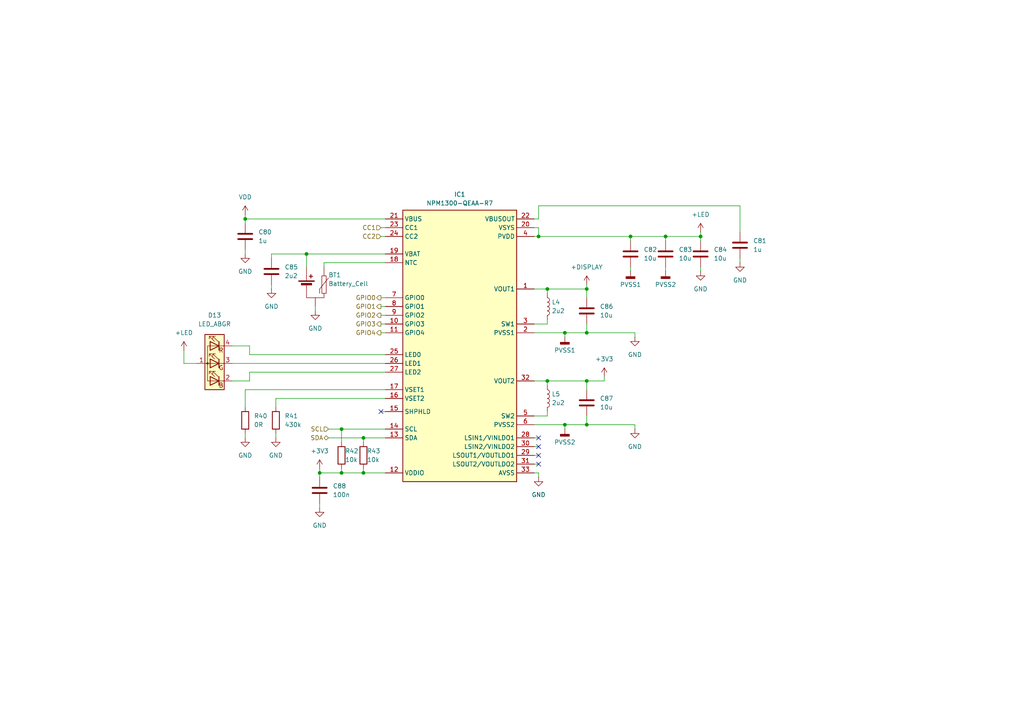
<source format=kicad_sch>
(kicad_sch (version 20250114) (generator "eeschema") (generator_version "9.0")
  (paper "A4")
  (title_block (title "GrandNA3_4Port_Node"))
  (lib_symbols
    (symbol "Battery_Cell_1" (pin_numbers (hide yes)) (pin_names (offset 0) (hide yes))
      (property "Reference" "BT2" (at 9.652 2.54 0))
      (property "Value" "Battery_Cell" (at 9.652 0 0))
      (symbol "Battery_Cell_1_0_1"
        (rectangle (start -2.286 2.413) (end 2.286 2.159) (fill (type outline)))
        (rectangle (start -1.524 1.651) (end 1.524 1.143) (fill (type outline)))
        (polyline (pts (xy 0 3.81) (xy 0 3.175)))
        (polyline (pts (xy 0 2.413) (xy 0 3.175)))
        (polyline (pts (xy 0 1.397) (xy 0 0.635)))
        (polyline (pts (xy 0.762 3.683) (xy 1.778 3.683)) (stroke (width 0.254)))
        (polyline (pts (xy 1.27 4.191) (xy 1.27 3.175)) (stroke (width 0.254)))
        (polyline (pts (xy 2.54 -2.54) (xy 0 -2.54) (xy 0 0.635)))
        (polyline (pts (xy 3.81 -1.27) (xy 3.81 0)))
        (rectangle (start 4.4449 3.81) (end 5.7149 -1.27))
        (polyline (pts (xy 5.08 -1.27) (xy 5.08 -2.54) (xy 2.54 -2.54)))
        (polyline (pts (xy 6.35 3.175) (xy 3.81 0)))
      )
      (symbol "Battery_Cell_1_1_1"
        (pin passive line (at 0 6.35 270) (length 2.54) (name "+") (number "1"))
        (pin passive line (at 2.54 -5.08 90) (length 2.54) (name "-") (number "2"))
        (pin passive line (at 5.08 6.35 270) (length 2.54) (name "NTC") (number "3"))
      )
    )
    (symbol "Device:C" (pin_numbers (hide yes)) (pin_names (offset 0.254))
      (property "Reference" "C" (at 0.635 2.54 0))
      (property "Value" "C" (at 0.635 -2.54 0))
      (symbol "C_0_1"
        (polyline (pts (xy -2.032 0.762) (xy 2.032 0.762)) (stroke (width 0.508)))
        (polyline (pts (xy -2.032 -0.762) (xy 2.032 -0.762)) (stroke (width 0.508)))
      )
      (symbol "C_1_1"
        (pin passive line (at 0 3.81 270) (length 2.794) (name "~") (number "1"))
        (pin passive line (at 0 -3.81 90) (length 2.794) (name "~") (number "2"))
      )
    )
    (symbol "Device:L" (pin_numbers (hide yes)) (pin_names (offset 1.016) (hide yes))
      (property "Reference" "L" (at -1.27 0 90))
      (property "Value" "L" (at 1.905 0 90))
      (symbol "L_0_1"
        (arc (start 0 2.54) (mid 0.6323 1.905) (end 0 1.27))
        (arc (start 0 1.27) (mid 0.6323 0.635) (end 0 0))
        (arc (start 0 0) (mid 0.6323 -0.635) (end 0 -1.27))
        (arc (start 0 -1.27) (mid 0.6323 -1.905) (end 0 -2.54))
      )
      (symbol "L_1_1"
        (pin passive line (at 0 3.81 270) (length 1.27) (name "1") (number "1"))
        (pin passive line (at 0 -3.81 90) (length 1.27) (name "2") (number "2"))
      )
    )
    (symbol "Device:LED_ABGR" (pin_names (offset 0) (hide yes))
      (property "Reference" "D" (at 0 9.398 0))
      (property "Value" "LED_ABGR" (at 0 -8.89 0))
      (symbol "LED_ABGR_0_0"
        (text "R" (at -1.905 3.81 0) (effects (font (size 1.27 1.27))))
        (text "G" (at -1.905 -1.27 0) (effects (font (size 1.27 1.27))))
        (text "B" (at -1.905 -6.35 0) (effects (font (size 1.27 1.27))))
      )
      (symbol "LED_ABGR_0_1"
        (polyline (pts (xy -1.27 6.35) (xy -1.27 3.81)) (stroke (width 0.254)))
        (polyline (pts (xy -1.27 6.35) (xy -1.27 3.81) (xy -1.27 3.81)))
        (polyline (pts (xy -1.27 5.08) (xy -2.54 5.08)))
        (polyline (pts (xy -1.27 5.08) (xy 1.27 5.08)))
        (polyline (pts (xy -1.27 1.27) (xy -1.27 -1.27)) (stroke (width 0.254)))
        (polyline (pts (xy -1.27 1.27) (xy -1.27 -1.27) (xy -1.27 -1.27)))
        (polyline (pts (xy -1.27 0) (xy -2.54 0)))
        (polyline (pts (xy -1.27 -3.81) (xy -1.27 -6.35)) (stroke (width 0.254)))
        (polyline (pts (xy -1.27 -5.08) (xy -2.54 -5.08)))
        (polyline (pts (xy -1.27 -5.08) (xy 1.27 -5.08)))
        (polyline (pts (xy -1.016 6.35) (xy 0.508 7.874) (xy -0.254 7.874) (xy 0.508 7.874) (xy 0.508 7.112)))
        (polyline (pts (xy -1.016 1.27) (xy 0.508 2.794) (xy -0.254 2.794) (xy 0.508 2.794) (xy 0.508 2.032)))
        (polyline (pts (xy -1.016 -3.81) (xy 0.508 -2.286) (xy -0.254 -2.286) (xy 0.508 -2.286) (xy 0.508 -3.048)))
        (polyline (pts (xy 0 6.35) (xy 1.524 7.874) (xy 0.762 7.874) (xy 1.524 7.874) (xy 1.524 7.112)))
        (polyline (pts (xy 0 1.27) (xy 1.524 2.794) (xy 0.762 2.794) (xy 1.524 2.794) (xy 1.524 2.032)))
        (polyline (pts (xy 0 -3.81) (xy 1.524 -2.286) (xy 0.762 -2.286) (xy 1.524 -2.286) (xy 1.524 -3.048)))
        (polyline (pts (xy 1.27 6.35) (xy 1.27 3.81) (xy -1.27 5.08) (xy 1.27 6.35)) (stroke (width 0.254)))
        (rectangle (start 1.27 6.35) (end 1.27 6.35))
        (rectangle (start 1.27 3.81) (end 1.27 6.35))
        (polyline (pts (xy 1.27 1.27) (xy 1.27 -1.27) (xy -1.27 0) (xy 1.27 1.27)) (stroke (width 0.254)))
        (rectangle (start 1.27 1.27) (end 1.27 1.27))
        (polyline (pts (xy 1.27 0) (xy -1.27 0)))
        (polyline (pts (xy 1.27 0) (xy 2.54 0)))
        (rectangle (start 1.27 -1.27) (end 1.27 1.27))
        (polyline (pts (xy 1.27 -3.81) (xy 1.27 -6.35) (xy -1.27 -5.08) (xy 1.27 -3.81)) (stroke (width 0.254)))
        (polyline (pts (xy 1.27 -5.08) (xy 2.032 -5.08) (xy 2.032 5.08) (xy 1.27 5.08)))
        (circle (center 2.032 0) (radius 0.254) (fill (type outline)))
        (rectangle (start 2.794 8.382) (end -2.794 -7.62) (stroke (width 0.254)) (fill (type background)))
      )
      (symbol "LED_ABGR_1_1"
        (pin passive line (at -5.08 5.08 0) (length 2.54) (name "RK") (number "4"))
        (pin passive line (at -5.08 0 0) (length 2.54) (name "GK") (number "3"))
        (pin passive line (at -5.08 -5.08 0) (length 2.54) (name "BK") (number "2"))
        (pin passive line (at 5.08 0 180) (length 2.54) (name "A") (number "1"))
      )
    )
    (symbol "Device:R" (pin_numbers (hide yes)) (pin_names (offset 0))
      (property "Reference" "R" (at 2.032 0 90))
      (property "Value" "R" (at 0 0 90))
      (symbol "R_0_1"
        (rectangle (start -1.016 -2.54) (end 1.016 2.54) (stroke (width 0.254)))
      )
      (symbol "R_1_1"
        (pin passive line (at 0 3.81 270) (length 1.27) (name "~") (number "1"))
        (pin passive line (at 0 -3.81 90) (length 1.27) (name "~") (number "2"))
      )
    )
    (symbol "SamacSys_Parts:NPM1300-QEAA-R7"
      (property "Reference" "IC" (at 0 44.196 0))
      (property "Value" "NPM1300-QEAA-R7" (at 0 41.656 0))
      (symbol "NPM1300-QEAA-R7_1_1"
        (rectangle (start -16.51 39.37) (end 16.51 -39.37) (stroke (width 0.254)) (fill (type background)))
        (pin passive line (at -21.59 36.83 0) (length 5.08) (name "VBUS") (number "21"))
        (pin passive line (at -21.59 34.29 0) (length 5.08) (name "CC1") (number "23"))
        (pin passive line (at -21.59 31.75 0) (length 5.08) (name "CC2") (number "24"))
        (pin passive line (at -21.59 26.67 0) (length 5.08) (name "VBAT") (number "19"))
        (pin passive line (at -21.59 24.13 0) (length 5.08) (name "NTC") (number "18"))
        (pin passive line (at -21.59 13.97 0) (length 5.08) (name "GPIO0") (number "7"))
        (pin passive line (at -21.59 11.43 0) (length 5.08) (name "GPIO1") (number "8"))
        (pin passive line (at -21.59 8.89 0) (length 5.08) (name "GPIO2") (number "9"))
        (pin passive line (at -21.59 6.35 0) (length 5.08) (name "GPIO3") (number "10"))
        (pin passive line (at -21.59 3.81 0) (length 5.08) (name "GPIO4") (number "11"))
        (pin passive line (at -21.59 -2.54 0) (length 5.08) (name "LED0") (number "25"))
        (pin passive line (at -21.59 -5.08 0) (length 5.08) (name "LED1") (number "26"))
        (pin passive line (at -21.59 -7.62 0) (length 5.08) (name "LED2") (number "27"))
        (pin passive line (at -21.59 -12.7 0) (length 5.08) (name "VSET1") (number "17"))
        (pin passive line (at -21.59 -15.24 0) (length 5.08) (name "VSET2") (number "16"))
        (pin passive line (at -21.59 -19.05 0) (length 5.08) (name "SHPHLD") (number "15"))
        (pin passive line (at -21.59 -24.13 0) (length 5.08) (name "SCL") (number "14"))
        (pin passive line (at -21.59 -26.67 0) (length 5.08) (name "SDA") (number "13"))
        (pin passive line (at -21.59 -36.83 0) (length 5.08) (name "VDDIO") (number "12"))
        (pin passive line (at 21.59 36.83 180) (length 5.08) (name "VBUSOUT") (number "22"))
        (pin passive line (at 21.59 34.29 180) (length 5.08) (name "VSYS") (number "20"))
        (pin passive line (at 21.59 31.75 180) (length 5.08) (name "PVDD") (number "4"))
        (pin passive line (at 21.59 16.51 180) (length 5.08) (name "VOUT1") (number "1"))
        (pin passive line (at 21.59 6.35 180) (length 5.08) (name "SW1") (number "3"))
        (pin passive line (at 21.59 3.81 180) (length 5.08) (name "PVSS1") (number "2"))
        (pin passive line (at 21.59 -10.16 180) (length 5.08) (name "VOUT2") (number "32"))
        (pin passive line (at 21.59 -20.32 180) (length 5.08) (name "SW2") (number "5"))
        (pin passive line (at 21.59 -22.86 180) (length 5.08) (name "PVSS2") (number "6"))
        (pin passive line (at 21.59 -26.67 180) (length 5.08) (name "LSIN1/VINLDO1") (number "28"))
        (pin passive line (at 21.59 -29.21 180) (length 5.08) (name "LSIN2/VINLDO2") (number "30"))
        (pin passive line (at 21.59 -31.75 180) (length 5.08) (name "LSOUT1/VOUTLDO1") (number "29"))
        (pin passive line (at 21.59 -34.29 180) (length 5.08) (name "LSOUT2/VOUTLDO2") (number "31"))
        (pin passive line (at 21.59 -36.83 180) (length 5.08) (name "AVSS") (number "33"))
      )
    )
    (symbol "power:+3V3" (power) (pin_numbers (hide yes)) (pin_names (offset 0) (hide yes))
      (property "Value" "+3V3" (at 0 3.556 0))
      (symbol "+3V3_0_1"
        (polyline (pts (xy -0.762 1.27) (xy 0 2.54)))
        (polyline (pts (xy 0 2.54) (xy 0.762 1.27)))
        (polyline (pts (xy 0 0) (xy 0 2.54)))
      )
      (symbol "+3V3_1_1"
        (pin power_in line (at 0 0 90) (length 0) (name "~") (number "1"))
      )
    )
    (symbol "power:GND" (power) (pin_numbers (hide yes)) (pin_names (offset 0) (hide yes))
      (property "Value" "GND" (at 0 -3.81 0))
      (symbol "GND_0_1"
        (polyline (pts (xy 0 0) (xy 0 -1.27) (xy 1.27 -1.27) (xy 0 -2.54) (xy -1.27 -1.27) (xy 0 -1.27)))
      )
      (symbol "GND_1_1"
        (pin power_in line (at 0 0 270) (length 0) (name "~") (number "1"))
      )
    )
    (symbol "power:GNDD" (power) (pin_numbers (hide yes)) (pin_names (offset 0) (hide yes))
      (property "Value" "GNDD" (at 0 -3.175 0))
      (symbol "GNDD_0_1"
        (rectangle (start -1.27 -1.524) (end 1.27 -2.032) (stroke (width 0.254)) (fill (type outline)))
        (polyline (pts (xy 0 0) (xy 0 -1.524)))
      )
      (symbol "GNDD_1_1"
        (pin power_in line (at 0 0 270) (length 0) (name "~") (number "1"))
      )
    )
    (symbol "power:VD" (power) (pin_numbers (hide yes)) (pin_names (offset 0) (hide yes))
      (property "Value" "VD" (at 0 3.556 0))
      (symbol "VD_0_1"
        (polyline (pts (xy -0.762 1.27) (xy 0 2.54)))
        (polyline (pts (xy 0 2.54) (xy 0.762 1.27)))
        (polyline (pts (xy 0 0) (xy 0 2.54)))
      )
      (symbol "VD_1_1"
        (pin power_in line (at 0 0 90) (length 0) (name "~") (number "1"))
      )
    )
    (symbol "power:VDD" (power) (pin_numbers (hide yes)) (pin_names (offset 0) (hide yes))
      (property "Value" "VDD" (at 0 3.556 0))
      (symbol "VDD_0_1"
        (polyline (pts (xy -0.762 1.27) (xy 0 2.54)))
        (polyline (pts (xy 0 2.54) (xy 0.762 1.27)))
        (polyline (pts (xy 0 0) (xy 0 2.54)))
      )
      (symbol "VDD_1_1"
        (pin power_in line (at 0 0 90) (length 0) (name "~") (number "1"))
      )
    )
  )
  (junction (at 99.06 137.16))
  (junction (at 163.83 123.19))
  (junction (at 203.2 68.58))
  (junction (at 170.18 96.52))
  (junction (at 99.06 124.46))
  (junction (at 158.75 83.82))
  (junction (at 88.9 73.66))
  (junction (at 170.18 83.82))
  (junction (at 163.83 96.52))
  (junction (at 170.18 110.49))
  (junction (at 92.71 137.16))
  (junction (at 71.12 63.5))
  (junction (at 182.88 68.58))
  (junction (at 158.75 110.49))
  (junction (at 170.18 123.19))
  (junction (at 105.41 127))
  (junction (at 105.41 137.16))
  (junction (at 193.04 68.58))
  (junction (at 156.21 68.58))
  (no_connect (at 156.21 132.08))
  (no_connect (at 110.49 119.38))
  (no_connect (at 156.21 129.54))
  (no_connect (at 156.21 134.62))
  (no_connect (at 156.21 127))
  (wire (pts (xy 71.12 118.11) (xy 71.12 113.03)))
  (wire (pts (xy 93.98 77.47) (xy 93.98 76.2)))
  (wire (pts (xy 170.18 96.52) (xy 170.18 93.98)))
  (wire (pts (xy 92.71 137.16) (xy 99.06 137.16)))
  (wire (pts (xy 154.94 123.19) (xy 163.83 123.19)))
  (wire (pts (xy 99.06 135.89) (xy 99.06 137.16)))
  (wire (pts (xy 182.88 68.58) (xy 182.88 69.85)))
  (wire (pts (xy 71.12 73.66) (xy 71.12 72.39)))
  (wire (pts (xy 156.21 68.58) (xy 156.21 66.04)))
  (wire (pts (xy 163.83 96.52) (xy 170.18 96.52)))
  (wire (pts (xy 154.94 93.98) (xy 158.75 93.98)))
  (wire (pts (xy 93.98 76.2) (xy 111.76 76.2)))
  (wire (pts (xy 110.49 93.98) (xy 111.76 93.98)))
  (wire (pts (xy 193.04 78.74) (xy 193.04 77.47)))
  (wire (pts (xy 156.21 137.16) (xy 154.94 137.16)))
  (wire (pts (xy 203.2 68.58) (xy 193.04 68.58)))
  (wire (pts (xy 203.2 78.74) (xy 203.2 77.47)))
  (wire (pts (xy 99.06 137.16) (xy 105.41 137.16)))
  (wire (pts (xy 163.83 97.79) (xy 163.83 96.52)))
  (wire (pts (xy 110.49 68.58) (xy 111.76 68.58)))
  (wire (pts (xy 110.49 86.36) (xy 111.76 86.36)))
  (wire (pts (xy 170.18 123.19) (xy 184.15 123.19)))
  (wire (pts (xy 80.01 115.57) (xy 80.01 118.11)))
  (wire (pts (xy 184.15 124.46) (xy 184.15 123.19)))
  (wire (pts (xy 214.63 59.69) (xy 214.63 67.31)))
  (wire (pts (xy 158.75 120.65) (xy 158.75 119.38)))
  (wire (pts (xy 71.12 113.03) (xy 111.76 113.03)))
  (wire (pts (xy 80.01 127) (xy 80.01 125.73)))
  (wire (pts (xy 156.21 59.69) (xy 214.63 59.69)))
  (wire (pts (xy 110.49 88.9) (xy 111.76 88.9)))
  (wire (pts (xy 91.44 90.17) (xy 91.44 88.9)))
  (wire (pts (xy 156.21 132.08) (xy 154.94 132.08)))
  (wire (pts (xy 170.18 96.52) (xy 184.15 96.52)))
  (wire (pts (xy 170.18 110.49) (xy 158.75 110.49)))
  (wire (pts (xy 53.34 105.41) (xy 57.15 105.41)))
  (wire (pts (xy 184.15 97.79) (xy 184.15 96.52)))
  (wire (pts (xy 156.21 66.04) (xy 154.94 66.04)))
  (wire (pts (xy 193.04 68.58) (xy 193.04 69.85)))
  (wire (pts (xy 203.2 67.31) (xy 203.2 68.58)))
  (wire (pts (xy 156.21 134.62) (xy 154.94 134.62)))
  (wire (pts (xy 156.21 63.5) (xy 154.94 63.5)))
  (wire (pts (xy 110.49 66.04) (xy 111.76 66.04)))
  (wire (pts (xy 156.21 138.43) (xy 156.21 137.16)))
  (wire (pts (xy 105.41 135.89) (xy 105.41 137.16)))
  (wire (pts (xy 71.12 127) (xy 71.12 125.73)))
  (wire (pts (xy 78.74 83.82) (xy 78.74 82.55)))
  (wire (pts (xy 111.76 107.95) (xy 72.39 107.95)))
  (wire (pts (xy 182.88 78.74) (xy 182.88 77.47)))
  (wire (pts (xy 92.71 147.32) (xy 92.71 146.05)))
  (wire (pts (xy 88.9 73.66) (xy 111.76 73.66)))
  (wire (pts (xy 72.39 102.87) (xy 72.39 100.33)))
  (wire (pts (xy 67.31 105.41) (xy 111.76 105.41)))
  (wire (pts (xy 110.49 91.44) (xy 111.76 91.44)))
  (wire (pts (xy 95.25 124.46) (xy 99.06 124.46)))
  (wire (pts (xy 175.26 110.49) (xy 170.18 110.49)))
  (wire (pts (xy 110.49 119.38) (xy 111.76 119.38)))
  (wire (pts (xy 72.39 110.49) (xy 67.31 110.49)))
  (wire (pts (xy 105.41 127) (xy 111.76 127)))
  (wire (pts (xy 170.18 113.03) (xy 170.18 110.49)))
  (wire (pts (xy 111.76 102.87) (xy 72.39 102.87)))
  (wire (pts (xy 111.76 63.5) (xy 71.12 63.5)))
  (wire (pts (xy 163.83 123.19) (xy 170.18 123.19)))
  (wire (pts (xy 110.49 96.52) (xy 111.76 96.52)))
  (wire (pts (xy 158.75 83.82) (xy 154.94 83.82)))
  (wire (pts (xy 156.21 127) (xy 154.94 127)))
  (wire (pts (xy 78.74 74.93) (xy 78.74 73.66)))
  (wire (pts (xy 105.41 137.16) (xy 111.76 137.16)))
  (wire (pts (xy 158.75 111.76) (xy 158.75 110.49)))
  (wire (pts (xy 99.06 124.46) (xy 99.06 128.27)))
  (wire (pts (xy 170.18 83.82) (xy 158.75 83.82)))
  (wire (pts (xy 182.88 68.58) (xy 156.21 68.58)))
  (wire (pts (xy 71.12 62.23) (xy 71.12 63.5)))
  (wire (pts (xy 158.75 110.49) (xy 154.94 110.49)))
  (wire (pts (xy 156.21 59.69) (xy 156.21 63.5)))
  (wire (pts (xy 170.18 86.36) (xy 170.18 83.82)))
  (wire (pts (xy 175.26 109.22) (xy 175.26 110.49)))
  (wire (pts (xy 111.76 124.46) (xy 99.06 124.46)))
  (wire (pts (xy 105.41 128.27) (xy 105.41 127)))
  (wire (pts (xy 170.18 82.55) (xy 170.18 83.82)))
  (wire (pts (xy 72.39 100.33) (xy 67.31 100.33)))
  (wire (pts (xy 72.39 107.95) (xy 72.39 110.49)))
  (wire (pts (xy 203.2 69.85) (xy 203.2 68.58)))
  (wire (pts (xy 163.83 124.46) (xy 163.83 123.19)))
  (wire (pts (xy 214.63 76.2) (xy 214.63 74.93)))
  (wire (pts (xy 156.21 129.54) (xy 154.94 129.54)))
  (wire (pts (xy 71.12 63.5) (xy 71.12 64.77)))
  (wire (pts (xy 156.21 68.58) (xy 154.94 68.58)))
  (wire (pts (xy 92.71 135.89) (xy 92.71 137.16)))
  (wire (pts (xy 154.94 96.52) (xy 163.83 96.52)))
  (wire (pts (xy 170.18 123.19) (xy 170.18 120.65)))
  (wire (pts (xy 154.94 120.65) (xy 158.75 120.65)))
  (wire (pts (xy 92.71 138.43) (xy 92.71 137.16)))
  (wire (pts (xy 193.04 68.58) (xy 182.88 68.58)))
  (wire (pts (xy 95.25 127) (xy 105.41 127)))
  (wire (pts (xy 158.75 85.09) (xy 158.75 83.82)))
  (wire (pts (xy 78.74 73.66) (xy 88.9 73.66)))
  (wire (pts (xy 111.76 115.57) (xy 80.01 115.57)))
  (wire (pts (xy 53.34 101.6) (xy 53.34 105.41)))
  (wire (pts (xy 88.9 73.66) (xy 88.9 77.47)))
  (wire (pts (xy 158.75 93.98) (xy 158.75 92.71)))
  (hierarchical_label "SDA" (shape bidirectional) (at 95.25 127 180))
  (hierarchical_label "GPIO2" (shape output) (at 110.49 91.44 180))
  (hierarchical_label "GPIO4" (shape output) (at 110.49 96.52 180))
  (hierarchical_label "GPIO0" (shape output) (at 110.49 86.36 180))
  (hierarchical_label "SCL" (shape input) (at 95.25 124.46 180))
  (hierarchical_label "CC2" (shape input) (at 110.49 68.58 180))
  (hierarchical_label "CC1" (shape input) (at 110.49 66.04 180))
  (hierarchical_label "GPIO3" (shape output) (at 110.49 93.98 180))
  (hierarchical_label "GPIO1" (shape output) (at 110.49 88.9 180))
  (symbol (lib_id "Device:L") (at 158.75 115.57 0) (unit 1)
    (property "Reference" "L5" (at 160.02 114.2999 0) (effects (justify left)))
    (property "Value" "2u2" (at 160.02 116.8399 0) (effects (justify left)))
    (property "Footprint" "Inductor_SMD:L_0805_2012Metric" (effects (hide yes)))
    (property "Description" "Inductor" (effects (hide yes)))
  )
  (symbol (lib_id "Device:C") (at 203.2 73.66 0) (unit 1)
    (property "Reference" "C84" (at 207.01 72.3899 0) (effects (justify left)))
    (property "Value" "10u" (at 207.01 74.9299 0) (effects (justify left)))
    (property "Footprint" "Capacitor_SMD:C_0603_1608Metric" (effects (hide yes)))
    (property "Description" "Unpolarized capacitor" (effects (hide yes)))
  )
  (symbol (lib_id "power:VDD") (at 71.12 62.23 0) (unit 1)
    (property "Reference" "#PWR0113" (effects (hide yes)))
    (property "Value" "VDD" (at 71.12 57.15 0))
    (property "Description" "Power symbol creates a global label with name \"VDD\"" (effects (hide yes)))
  )
  (symbol (lib_id "power:GNDD") (at 182.88 78.74 0) (unit 1)
    (property "Reference" "#PWR0117" (effects (hide yes)))
    (property "Value" "PVSS1" (at 182.88 82.55 0))
    (property "Description" "Power symbol creates a global label with name \"GNDD\" , digital ground" (effects (hide yes)))
  )
  (symbol (lib_id "Device:R") (at 71.12 121.92 0) (unit 1)
    (property "Reference" "R40" (at 73.66 120.6499 0) (effects (justify left)))
    (property "Value" "0R" (at 73.66 123.1899 0) (effects (justify left)))
    (property "Footprint" "Resistor_SMD:R_0603_1608Metric" (effects (hide yes)))
    (property "Description" "Resistor" (effects (hide yes)))
  )
  (symbol (lib_id "power:GND") (at 78.74 83.82 0) (unit 1)
    (property "Reference" "#PWR0121" (effects (hide yes)))
    (property "Value" "GND" (at 78.74 88.9 0))
    (property "Description" "Power symbol creates a global label with name \"GND\" , ground" (effects (hide yes)))
  )
  (symbol (lib_id "Device:R") (at 99.06 132.08 0) (unit 1)
    (property "Reference" "R42" (at 100.076 130.81 0) (effects (justify left)))
    (property "Value" "10k" (at 100.076 133.35 0) (effects (justify left)))
    (property "Footprint" "Resistor_SMD:R_0603_1608Metric" (effects (hide yes)))
    (property "Description" "Resistor" (effects (hide yes)))
  )
  (symbol (lib_id "power:GND") (at 184.15 124.46 0) (unit 1)
    (property "Reference" "#PWR0128" (effects (hide yes)))
    (property "Value" "GND" (at 184.15 129.54 0))
    (property "Description" "Power symbol creates a global label with name \"GND\" , ground" (effects (hide yes)))
  )
  (symbol (lib_id "power:GND") (at 156.21 138.43 0) (unit 1)
    (property "Reference" "#PWR0132" (effects (hide yes)))
    (property "Value" "GND" (at 156.21 143.51 0))
    (property "Description" "Power symbol creates a global label with name \"GND\" , ground" (effects (hide yes)))
  )
  (symbol (lib_id "power:GND") (at 71.12 127 0) (unit 1)
    (property "Reference" "#PWR0129" (effects (hide yes)))
    (property "Value" "GND" (at 71.12 132.08 0))
    (property "Description" "Power symbol creates a global label with name \"GND\" , ground" (effects (hide yes)))
  )
  (symbol (lib_id "power:GND") (at 80.01 127 0) (unit 1)
    (property "Reference" "#PWR0130" (effects (hide yes)))
    (property "Value" "GND" (at 80.01 132.08 0))
    (property "Description" "Power symbol creates a global label with name \"GND\" , ground" (effects (hide yes)))
  )
  (symbol (lib_id "Device:C") (at 193.04 73.66 0) (unit 1)
    (property "Reference" "C83" (at 196.85 72.3899 0) (effects (justify left)))
    (property "Value" "10u" (at 196.85 74.9299 0) (effects (justify left)))
    (property "Footprint" "Capacitor_SMD:C_0603_1608Metric" (effects (hide yes)))
    (property "Description" "Unpolarized capacitor" (effects (hide yes)))
  )
  (symbol (lib_id "SamacSys_Parts:NPM1300-QEAA-R7") (at 133.35 100.33 0) (unit 1)
    (property "Reference" "IC1" (at 133.35 56.388 0))
    (property "Value" "NPM1300-QEAA-R7" (at 133.35 58.928 0))
    (property "Footprint" "Package_DFN_QFN:QFN-32-1EP_5x5mm_P0.5mm_EP3.45x3.45mm_ThermalVias" (effects (hide yes)))
    (property "Datasheet" "https://mm.digikey.com/Volume0/opasdata/d220001/medias/docus/6443/NPM1300-QEAA-R7.pdf" (effects (hide yes)))
    (property "Description" "Battery Power Management IC Lithium Ion/Polymer 32-QFN (5x5)" (effects (hide yes)))
    (property "Height" "0.9" (effects (hide yes)))
    (property "Mouser Part Number" "949-NPM1300-QEAA-R7" (effects (hide yes)))
    (property "Mouser Price/Stock" "https://www.mouser.co.uk/ProductDetail/Nordic-Semiconductor/nPM1300-QEAA-R7?qs=3pZoU%2F6IRTj0hxAp51B2zA%3D%3D" (effects (hide yes)))
    (property "Manufacturer_Name" "Nordic Semiconductor" (effects (hide yes)))
    (property "Manufacturer_Part_Number" "NPM1300-QEAA-R7" (effects (hide yes)))
  )
  (symbol (lib_id "Device:R") (at 80.01 121.92 0) (unit 1)
    (property "Reference" "R41" (at 82.55 120.6499 0) (effects (justify left)))
    (property "Value" "430k" (at 82.55 123.1899 0) (effects (justify left)))
    (property "Footprint" "Resistor_SMD:R_0603_1608Metric" (effects (hide yes)))
    (property "Description" "Resistor" (effects (hide yes)))
  )
  (symbol (lib_id "power:GNDD") (at 193.04 78.74 0) (unit 1)
    (property "Reference" "#PWR0118" (effects (hide yes)))
    (property "Value" "PVSS2" (at 193.04 82.55 0))
    (property "Description" "Power symbol creates a global label with name \"GNDD\" , digital ground" (effects (hide yes)))
  )
  (symbol (lib_id "power:+3V3") (at 92.71 135.89 0) (unit 1)
    (property "Reference" "#PWR0131" (effects (hide yes)))
    (property "Value" "+3V3" (at 92.71 130.81 0))
    (property "Description" "Power symbol creates a global label with name \"+3V3\"" (effects (hide yes)))
  )
  (symbol (lib_id "power:GND") (at 184.15 97.79 0) (unit 1)
    (property "Reference" "#PWR0124" (effects (hide yes)))
    (property "Value" "GND" (at 184.15 102.87 0))
    (property "Description" "Power symbol creates a global label with name \"GND\" , ground" (effects (hide yes)))
  )
  (symbol (lib_id "Device:C") (at 170.18 116.84 0) (unit 1)
    (property "Reference" "C87" (at 173.99 115.5699 0) (effects (justify left)))
    (property "Value" "10u" (at 173.99 118.1099 0) (effects (justify left)))
    (property "Footprint" "Capacitor_SMD:C_0603_1608Metric" (effects (hide yes)))
    (property "Description" "Unpolarized capacitor" (effects (hide yes)))
  )
  (symbol (lib_id "Device:C") (at 71.12 68.58 0) (unit 1)
    (property "Reference" "C80" (at 74.93 67.3099 0) (effects (justify left)))
    (property "Value" "1u" (at 74.93 69.8499 0) (effects (justify left)))
    (property "Footprint" "Capacitor_SMD:C_0603_1608Metric" (effects (hide yes)))
    (property "Description" "Unpolarized capacitor" (effects (hide yes)))
  )
  (symbol (lib_id "Device:L") (at 158.75 88.9 0) (unit 1)
    (property "Reference" "L4" (at 160.02 87.6299 0) (effects (justify left)))
    (property "Value" "2u2" (at 160.02 90.1699 0) (effects (justify left)))
    (property "Footprint" "Inductor_SMD:L_0805_2012Metric" (effects (hide yes)))
    (property "Description" "Inductor" (effects (hide yes)))
  )
  (symbol (lib_id "Device:C") (at 92.71 142.24 0) (unit 1)
    (property "Reference" "C88" (at 96.52 140.9699 0) (effects (justify left)))
    (property "Value" "100n" (at 96.52 143.5099 0) (effects (justify left)))
    (property "Footprint" "Capacitor_SMD:C_0603_1608Metric" (effects (hide yes)))
    (property "Description" "Unpolarized capacitor" (effects (hide yes)))
  )
  (symbol (lib_id "power:+3V3") (at 175.26 109.22 0) (unit 1)
    (property "Reference" "#PWR0126" (effects (hide yes)))
    (property "Value" "+3V3" (at 175.26 104.14 0))
    (property "Description" "Power symbol creates a global label with name \"+3V3\"" (effects (hide yes)))
  )
  (symbol (lib_id "Device:C") (at 78.74 78.74 0) (unit 1)
    (property "Reference" "C85" (at 82.55 77.4699 0) (effects (justify left)))
    (property "Value" "2u2" (at 82.55 80.0099 0) (effects (justify left)))
    (property "Footprint" "Capacitor_SMD:C_0603_1608Metric" (effects (hide yes)))
    (property "Description" "Unpolarized capacitor" (effects (hide yes)))
  )
  (symbol (lib_name "Battery_Cell_1") (lib_id "Device:Battery_Cell") (at 88.9 83.82 0) (unit 1)
    (property "Reference" "BT1" (at 95.25 79.756 0) (effects (justify left)))
    (property "Value" "Battery_Cell" (at 95.25 82.296 0) (effects (justify left)))
    (property "Footprint" "Connector_JST:JST_XH_B3B-XH-A_1x03_P2.50mm_Vertical" (effects (hide yes)))
    (property "Description" "Single-cell battery" (effects (hide yes)))
    (property "Sim.Device" "V" (effects (hide yes)))
    (property "Sim.Type" "DC" (effects (hide yes)))
    (property "Sim.Pins" "1=+ 2=-" (effects (hide yes)))
  )
  (symbol (lib_id "power:GND") (at 92.71 147.32 0) (unit 1)
    (property "Reference" "#PWR0133" (effects (hide yes)))
    (property "Value" "GND" (at 92.71 152.4 0))
    (property "Description" "Power symbol creates a global label with name \"GND\" , ground" (effects (hide yes)))
  )
  (symbol (lib_id "power:GND") (at 203.2 78.74 0) (unit 1)
    (property "Reference" "#PWR0119" (effects (hide yes)))
    (property "Value" "GND" (at 203.2 83.82 0))
    (property "Description" "Power symbol creates a global label with name \"GND\" , ground" (effects (hide yes)))
  )
  (symbol (lib_id "power:GNDD") (at 163.83 97.79 0) (unit 1)
    (property "Reference" "#PWR0123" (effects (hide yes)))
    (property "Value" "PVSS1" (at 163.83 101.6 0))
    (property "Description" "Power symbol creates a global label with name \"GNDD\" , digital ground" (effects (hide yes)))
  )
  (symbol (lib_id "power:+3V3") (at 170.18 82.55 0) (unit 1)
    (property "Reference" "#PWR0120" (effects (hide yes)))
    (property "Value" "+DISPLAY" (at 170.18 77.47 0))
    (property "Description" "Power symbol creates a global label with name \"+3V3\"" (effects (hide yes)))
  )
  (symbol (lib_id "Device:LED_ABGR") (at 62.23 105.41 0) (mirror y) (unit 1)
    (property "Reference" "D13" (at 62.23 91.44 0))
    (property "Value" "LED_ABGR" (at 62.23 93.98 0))
    (property "Footprint" "LCSC:LED-SMD_4P-L1.6-W1.5-TR" (effects (hide yes)))
    (property "Description" "RGB LED, anode/blue/green/red" (effects (hide yes)))
  )
  (symbol (lib_id "Device:C") (at 170.18 90.17 0) (unit 1)
    (property "Reference" "C86" (at 173.99 88.8999 0) (effects (justify left)))
    (property "Value" "10u" (at 173.99 91.4399 0) (effects (justify left)))
    (property "Footprint" "Capacitor_SMD:C_0603_1608Metric" (effects (hide yes)))
    (property "Description" "Unpolarized capacitor" (effects (hide yes)))
  )
  (symbol (lib_id "Device:C") (at 214.63 71.12 0) (unit 1)
    (property "Reference" "C81" (at 218.44 69.8499 0) (effects (justify left)))
    (property "Value" "1u" (at 218.44 72.3899 0) (effects (justify left)))
    (property "Footprint" "Capacitor_SMD:C_0603_1608Metric" (effects (hide yes)))
    (property "Description" "Unpolarized capacitor" (effects (hide yes)))
  )
  (symbol (lib_id "Device:C") (at 182.88 73.66 0) (unit 1)
    (property "Reference" "C82" (at 186.69 72.3899 0) (effects (justify left)))
    (property "Value" "10u" (at 186.69 74.9299 0) (effects (justify left)))
    (property "Footprint" "Capacitor_SMD:C_0603_1608Metric" (effects (hide yes)))
    (property "Description" "Unpolarized capacitor" (effects (hide yes)))
  )
  (symbol (lib_id "power:VD") (at 53.34 101.6 0) (unit 1)
    (property "Reference" "#PWR0125" (effects (hide yes)))
    (property "Value" "+LED" (at 53.34 96.52 0))
    (property "Description" "Power symbol creates a global label with name \"VD\"" (effects (hide yes)))
  )
  (symbol (lib_id "power:VD") (at 203.2 67.31 0) (unit 1)
    (property "Reference" "#PWR0114" (effects (hide yes)))
    (property "Value" "+LED" (at 203.2 62.23 0))
    (property "Description" "Power symbol creates a global label with name \"VD\"" (effects (hide yes)))
  )
  (symbol (lib_id "power:GND") (at 214.63 76.2 0) (unit 1)
    (property "Reference" "#PWR0116" (effects (hide yes)))
    (property "Value" "GND" (at 214.63 81.28 0))
    (property "Description" "Power symbol creates a global label with name \"GND\" , ground" (effects (hide yes)))
  )
  (symbol (lib_id "power:GND") (at 91.44 90.17 0) (unit 1)
    (property "Reference" "#PWR0122" (effects (hide yes)))
    (property "Value" "GND" (at 91.44 95.25 0))
    (property "Description" "Power symbol creates a global label with name \"GND\" , ground" (effects (hide yes)))
  )
  (symbol (lib_id "Device:R") (at 105.41 132.08 0) (unit 1)
    (property "Reference" "R43" (at 106.426 130.81 0) (effects (justify left)))
    (property "Value" "10k" (at 106.426 133.35 0) (effects (justify left)))
    (property "Footprint" "Resistor_SMD:R_0603_1608Metric" (effects (hide yes)))
    (property "Description" "Resistor" (effects (hide yes)))
  )
  (symbol (lib_id "power:GND") (at 71.12 73.66 0) (unit 1)
    (property "Reference" "#PWR0115" (effects (hide yes)))
    (property "Value" "GND" (at 71.12 78.74 0))
    (property "Description" "Power symbol creates a global label with name \"GND\" , ground" (effects (hide yes)))
  )
  (symbol (lib_id "power:GNDD") (at 163.83 124.46 0) (unit 1)
    (property "Reference" "#PWR0127" (effects (hide yes)))
    (property "Value" "PVSS2" (at 163.83 128.27 0))
    (property "Description" "Power symbol creates a global label with name \"GNDD\" , digital ground" (effects (hide yes)))
  )
)
</source>
